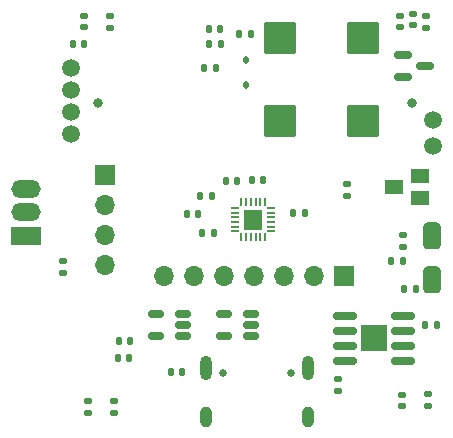
<source format=gbr>
%TF.GenerationSoftware,KiCad,Pcbnew,7.0.10*%
%TF.CreationDate,2024-12-04T03:17:35+05:30*%
%TF.ProjectId,Watch_v3,57617463-685f-4763-932e-6b696361645f,Watch_v3*%
%TF.SameCoordinates,Original*%
%TF.FileFunction,Soldermask,Bot*%
%TF.FilePolarity,Negative*%
%FSLAX46Y46*%
G04 Gerber Fmt 4.6, Leading zero omitted, Abs format (unit mm)*
G04 Created by KiCad (PCBNEW 7.0.10) date 2024-12-04 03:17:35*
%MOMM*%
%LPD*%
G01*
G04 APERTURE LIST*
G04 Aperture macros list*
%AMRoundRect*
0 Rectangle with rounded corners*
0 $1 Rounding radius*
0 $2 $3 $4 $5 $6 $7 $8 $9 X,Y pos of 4 corners*
0 Add a 4 corners polygon primitive as box body*
4,1,4,$2,$3,$4,$5,$6,$7,$8,$9,$2,$3,0*
0 Add four circle primitives for the rounded corners*
1,1,$1+$1,$2,$3*
1,1,$1+$1,$4,$5*
1,1,$1+$1,$6,$7*
1,1,$1+$1,$8,$9*
0 Add four rect primitives between the rounded corners*
20,1,$1+$1,$2,$3,$4,$5,0*
20,1,$1+$1,$4,$5,$6,$7,0*
20,1,$1+$1,$6,$7,$8,$9,0*
20,1,$1+$1,$8,$9,$2,$3,0*%
%AMFreePoly0*
4,1,14,0.363284,0.088284,0.375000,0.060000,0.375000,0.036569,0.363284,0.008285,0.266715,-0.088284,0.238431,-0.100000,-0.335000,-0.100000,-0.363284,-0.088284,-0.375000,-0.060000,-0.375000,0.060000,-0.363284,0.088284,-0.335000,0.100000,0.335000,0.100000,0.363284,0.088284,0.363284,0.088284,$1*%
%AMFreePoly1*
4,1,14,0.266715,0.088284,0.363284,-0.008285,0.375000,-0.036569,0.375000,-0.060000,0.363284,-0.088284,0.335000,-0.100000,-0.335000,-0.100000,-0.363284,-0.088284,-0.375000,-0.060000,-0.375000,0.060000,-0.363284,0.088284,-0.335000,0.100000,0.238431,0.100000,0.266715,0.088284,0.266715,0.088284,$1*%
%AMFreePoly2*
4,1,14,0.088284,0.363284,0.100000,0.335000,0.100000,-0.335000,0.088284,-0.363284,0.060000,-0.375000,0.036569,-0.375000,0.008285,-0.363284,-0.088284,-0.266715,-0.100000,-0.238431,-0.100000,0.335000,-0.088284,0.363284,-0.060000,0.375000,0.060000,0.375000,0.088284,0.363284,0.088284,0.363284,$1*%
%AMFreePoly3*
4,1,14,0.088284,0.363284,0.100000,0.335000,0.100000,-0.238431,0.088284,-0.266715,-0.008285,-0.363284,-0.036569,-0.375000,-0.060000,-0.375000,-0.088284,-0.363284,-0.100000,-0.335000,-0.100000,0.335000,-0.088284,0.363284,-0.060000,0.375000,0.060000,0.375000,0.088284,0.363284,0.088284,0.363284,$1*%
%AMFreePoly4*
4,1,14,0.363284,0.088284,0.375000,0.060000,0.375000,-0.060000,0.363284,-0.088284,0.335000,-0.100000,-0.335000,-0.100000,-0.363284,-0.088284,-0.375000,-0.060000,-0.375000,-0.036569,-0.363284,-0.008285,-0.266715,0.088284,-0.238431,0.100000,0.335000,0.100000,0.363284,0.088284,0.363284,0.088284,$1*%
%AMFreePoly5*
4,1,14,0.363284,0.088284,0.375000,0.060000,0.375000,-0.060000,0.363284,-0.088284,0.335000,-0.100000,-0.238431,-0.100000,-0.266715,-0.088284,-0.363284,0.008285,-0.375000,0.036569,-0.375000,0.060000,-0.363284,0.088284,-0.335000,0.100000,0.335000,0.100000,0.363284,0.088284,0.363284,0.088284,$1*%
%AMFreePoly6*
4,1,14,-0.008285,0.363284,0.088284,0.266715,0.100000,0.238431,0.100000,-0.335000,0.088284,-0.363284,0.060000,-0.375000,-0.060000,-0.375000,-0.088284,-0.363284,-0.100000,-0.335000,-0.100000,0.335000,-0.088284,0.363284,-0.060000,0.375000,-0.036569,0.375000,-0.008285,0.363284,-0.008285,0.363284,$1*%
%AMFreePoly7*
4,1,14,0.088284,0.363284,0.100000,0.335000,0.100000,-0.335000,0.088284,-0.363284,0.060000,-0.375000,-0.060000,-0.375000,-0.088284,-0.363284,-0.100000,-0.335000,-0.100000,0.238431,-0.088284,0.266715,0.008285,0.363284,0.036569,0.375000,0.060000,0.375000,0.088284,0.363284,0.088284,0.363284,$1*%
G04 Aperture macros list end*
%ADD10R,2.500000X1.500000*%
%ADD11O,2.500000X1.500000*%
%ADD12R,1.700000X1.700000*%
%ADD13O,1.700000X1.700000*%
%ADD14C,0.800000*%
%ADD15C,0.650000*%
%ADD16O,1.000000X2.100000*%
%ADD17O,1.000000X1.800000*%
%ADD18RoundRect,0.135000X-0.185000X0.135000X-0.185000X-0.135000X0.185000X-0.135000X0.185000X0.135000X0*%
%ADD19RoundRect,0.140000X-0.140000X-0.170000X0.140000X-0.170000X0.140000X0.170000X-0.140000X0.170000X0*%
%ADD20RoundRect,0.140000X0.140000X0.170000X-0.140000X0.170000X-0.140000X-0.170000X0.140000X-0.170000X0*%
%ADD21RoundRect,0.135000X-0.135000X-0.185000X0.135000X-0.185000X0.135000X0.185000X-0.135000X0.185000X0*%
%ADD22RoundRect,0.135000X0.135000X0.185000X-0.135000X0.185000X-0.135000X-0.185000X0.135000X-0.185000X0*%
%ADD23RoundRect,0.135000X0.185000X-0.135000X0.185000X0.135000X-0.185000X0.135000X-0.185000X-0.135000X0*%
%ADD24RoundRect,0.140000X0.170000X-0.140000X0.170000X0.140000X-0.170000X0.140000X-0.170000X-0.140000X0*%
%ADD25RoundRect,0.150000X0.825000X0.150000X-0.825000X0.150000X-0.825000X-0.150000X0.825000X-0.150000X0*%
%ADD26R,2.300000X2.300000*%
%ADD27RoundRect,0.140000X-0.170000X0.140000X-0.170000X-0.140000X0.170000X-0.140000X0.170000X0.140000X0*%
%ADD28RoundRect,0.102000X1.250000X1.250000X-1.250000X1.250000X-1.250000X-1.250000X1.250000X-1.250000X0*%
%ADD29RoundRect,0.381000X0.381000X-0.762000X0.381000X0.762000X-0.381000X0.762000X-0.381000X-0.762000X0*%
%ADD30C,1.500000*%
%ADD31RoundRect,0.150000X0.512500X0.150000X-0.512500X0.150000X-0.512500X-0.150000X0.512500X-0.150000X0*%
%ADD32RoundRect,0.112500X-0.112500X0.187500X-0.112500X-0.187500X0.112500X-0.187500X0.112500X0.187500X0*%
%ADD33RoundRect,0.150000X-0.587500X-0.150000X0.587500X-0.150000X0.587500X0.150000X-0.587500X0.150000X0*%
%ADD34RoundRect,0.102000X-0.700000X0.500000X-0.700000X-0.500000X0.700000X-0.500000X0.700000X0.500000X0*%
%ADD35FreePoly0,90.000000*%
%ADD36RoundRect,0.050000X0.050000X-0.325000X0.050000X0.325000X-0.050000X0.325000X-0.050000X-0.325000X0*%
%ADD37FreePoly1,90.000000*%
%ADD38FreePoly2,90.000000*%
%ADD39RoundRect,0.050000X0.325000X-0.050000X0.325000X0.050000X-0.325000X0.050000X-0.325000X-0.050000X0*%
%ADD40FreePoly3,90.000000*%
%ADD41FreePoly4,90.000000*%
%ADD42FreePoly5,90.000000*%
%ADD43FreePoly6,90.000000*%
%ADD44FreePoly7,90.000000*%
%ADD45R,1.600000X1.750000*%
G04 APERTURE END LIST*
D10*
%TO.C,SW2*%
X128450000Y-89975000D03*
D11*
X128450000Y-87975000D03*
X128450000Y-85975000D03*
%TD*%
D12*
%TO.C,J7*%
X155405000Y-93400000D03*
D13*
X152865000Y-93400000D03*
X150325000Y-93400000D03*
X147785000Y-93400000D03*
X145245000Y-93400000D03*
X142705000Y-93400000D03*
X140165000Y-93400000D03*
%TD*%
D14*
%TO.C,SW1*%
X134625000Y-78750000D03*
%TD*%
D15*
%TO.C,J1*%
X145180000Y-101620000D03*
X150960000Y-101620000D03*
D16*
X143750000Y-101120000D03*
D17*
X143750000Y-105300000D03*
D16*
X152390000Y-101120000D03*
D17*
X152390000Y-105300000D03*
%TD*%
D12*
%TO.C,J4*%
X135200000Y-84775000D03*
D13*
X135200000Y-87315000D03*
X135200000Y-89855000D03*
X135200000Y-92395000D03*
%TD*%
D14*
%TO.C,SW3*%
X161175000Y-78725000D03*
%TD*%
D18*
%TO.C,R24*%
X133700000Y-103930000D03*
X133700000Y-104950000D03*
%TD*%
D19*
%TO.C,C9*%
X143970000Y-72425000D03*
X144930000Y-72425000D03*
%TD*%
D20*
%TO.C,C17*%
X141705000Y-101475000D03*
X140745000Y-101475000D03*
%TD*%
D18*
%TO.C,R34*%
X131600000Y-92080000D03*
X131600000Y-93100000D03*
%TD*%
D21*
%TO.C,R14*%
X143590000Y-75725000D03*
X144610000Y-75725000D03*
%TD*%
D20*
%TO.C,C11*%
X133405000Y-73700000D03*
X132445000Y-73700000D03*
%TD*%
D18*
%TO.C,R23*%
X162500000Y-103365000D03*
X162500000Y-104385000D03*
%TD*%
D22*
%TO.C,R7*%
X163325000Y-97550000D03*
X162305000Y-97550000D03*
%TD*%
D20*
%TO.C,C18*%
X146350000Y-85325000D03*
X145390000Y-85325000D03*
%TD*%
D23*
%TO.C,R21*%
X162325000Y-72335000D03*
X162325000Y-71315000D03*
%TD*%
D20*
%TO.C,C10*%
X161480000Y-94500000D03*
X160520000Y-94500000D03*
%TD*%
D24*
%TO.C,C12*%
X161250000Y-72105000D03*
X161250000Y-71145000D03*
%TD*%
D19*
%TO.C,C21*%
X147615000Y-85250000D03*
X148575000Y-85250000D03*
%TD*%
D18*
%TO.C,R5*%
X154875000Y-102115000D03*
X154875000Y-103135000D03*
%TD*%
D24*
%TO.C,C27*%
X160325000Y-104405000D03*
X160325000Y-103445000D03*
%TD*%
D25*
%TO.C,U3*%
X160425000Y-96745000D03*
X160425000Y-98015000D03*
X160425000Y-99285000D03*
X160425000Y-100555000D03*
X155475000Y-100555000D03*
X155475000Y-99285000D03*
X155475000Y-98015000D03*
X155475000Y-96745000D03*
D26*
X157950000Y-98650000D03*
%TD*%
D27*
%TO.C,C26*%
X133400000Y-71345000D03*
X133400000Y-72305000D03*
%TD*%
D21*
%TO.C,R35*%
X143940000Y-73725000D03*
X144960000Y-73725000D03*
%TD*%
D28*
%TO.C,LS1*%
X156987500Y-73225000D03*
X156987500Y-80225000D03*
X149987500Y-73225000D03*
X149987500Y-80225000D03*
%TD*%
D23*
%TO.C,R16*%
X160400000Y-90920000D03*
X160400000Y-89900000D03*
%TD*%
D29*
%TO.C,J2*%
X162900000Y-89975000D03*
X162900000Y-93725000D03*
%TD*%
D19*
%TO.C,C23*%
X151115000Y-88000000D03*
X152075000Y-88000000D03*
%TD*%
D30*
%TO.C,M1*%
X162975000Y-82400000D03*
X162975000Y-80150000D03*
%TD*%
D31*
%TO.C,U1*%
X141787500Y-96550000D03*
X141787500Y-97500000D03*
X141787500Y-98450000D03*
X139512500Y-98450000D03*
X139512500Y-96550000D03*
%TD*%
D32*
%TO.C,D7*%
X147075000Y-75100000D03*
X147075000Y-77200000D03*
%TD*%
D20*
%TO.C,C22*%
X143075000Y-88150000D03*
X142115000Y-88150000D03*
%TD*%
D27*
%TO.C,C25*%
X160150000Y-71320000D03*
X160150000Y-72280000D03*
%TD*%
D22*
%TO.C,R18*%
X144400000Y-89725000D03*
X143380000Y-89725000D03*
%TD*%
D31*
%TO.C,U2*%
X147537500Y-96550000D03*
X147537500Y-97500000D03*
X147537500Y-98450000D03*
X145262500Y-98450000D03*
X145262500Y-96550000D03*
%TD*%
D19*
%TO.C,C2*%
X136290000Y-100325000D03*
X137250000Y-100325000D03*
%TD*%
D21*
%TO.C,R29*%
X146540000Y-72900000D03*
X147560000Y-72900000D03*
%TD*%
D22*
%TO.C,R17*%
X160385000Y-92100000D03*
X159365000Y-92100000D03*
%TD*%
D33*
%TO.C,Q5*%
X160425000Y-76550000D03*
X160425000Y-74650000D03*
X162300000Y-75600000D03*
%TD*%
D34*
%TO.C,Q4*%
X161850000Y-84900000D03*
X161850000Y-86800000D03*
X159650000Y-85850000D03*
%TD*%
D23*
%TO.C,R22*%
X135575000Y-72345000D03*
X135575000Y-71325000D03*
%TD*%
D21*
%TO.C,R36*%
X143205000Y-86600000D03*
X144225000Y-86600000D03*
%TD*%
D35*
%TO.C,U6*%
X148725000Y-90100000D03*
D36*
X148325000Y-90100000D03*
X147925000Y-90100000D03*
X147525000Y-90100000D03*
X147125000Y-90100000D03*
D37*
X146725000Y-90100000D03*
D38*
X146225000Y-89600000D03*
D39*
X146225000Y-89200000D03*
X146225000Y-88800000D03*
X146225000Y-88400000D03*
X146225000Y-88000000D03*
D40*
X146225000Y-87600000D03*
D41*
X146725000Y-87100000D03*
D36*
X147125000Y-87100000D03*
X147525000Y-87100000D03*
X147925000Y-87100000D03*
X148325000Y-87100000D03*
D42*
X148725000Y-87100000D03*
D43*
X149225000Y-87600000D03*
D39*
X149225000Y-88000000D03*
X149225000Y-88400000D03*
X149225000Y-88800000D03*
X149225000Y-89200000D03*
D44*
X149225000Y-89600000D03*
D45*
X147725000Y-88600000D03*
%TD*%
D20*
%TO.C,C3*%
X137285000Y-98850000D03*
X136325000Y-98850000D03*
%TD*%
D18*
%TO.C,R15*%
X155625000Y-85580000D03*
X155625000Y-86600000D03*
%TD*%
D30*
%TO.C,J5*%
X132300000Y-81325000D03*
X132300000Y-79475000D03*
X132300000Y-77625000D03*
X132300000Y-75775000D03*
%TD*%
D27*
%TO.C,C28*%
X135975000Y-103970000D03*
X135975000Y-104930000D03*
%TD*%
M02*

</source>
